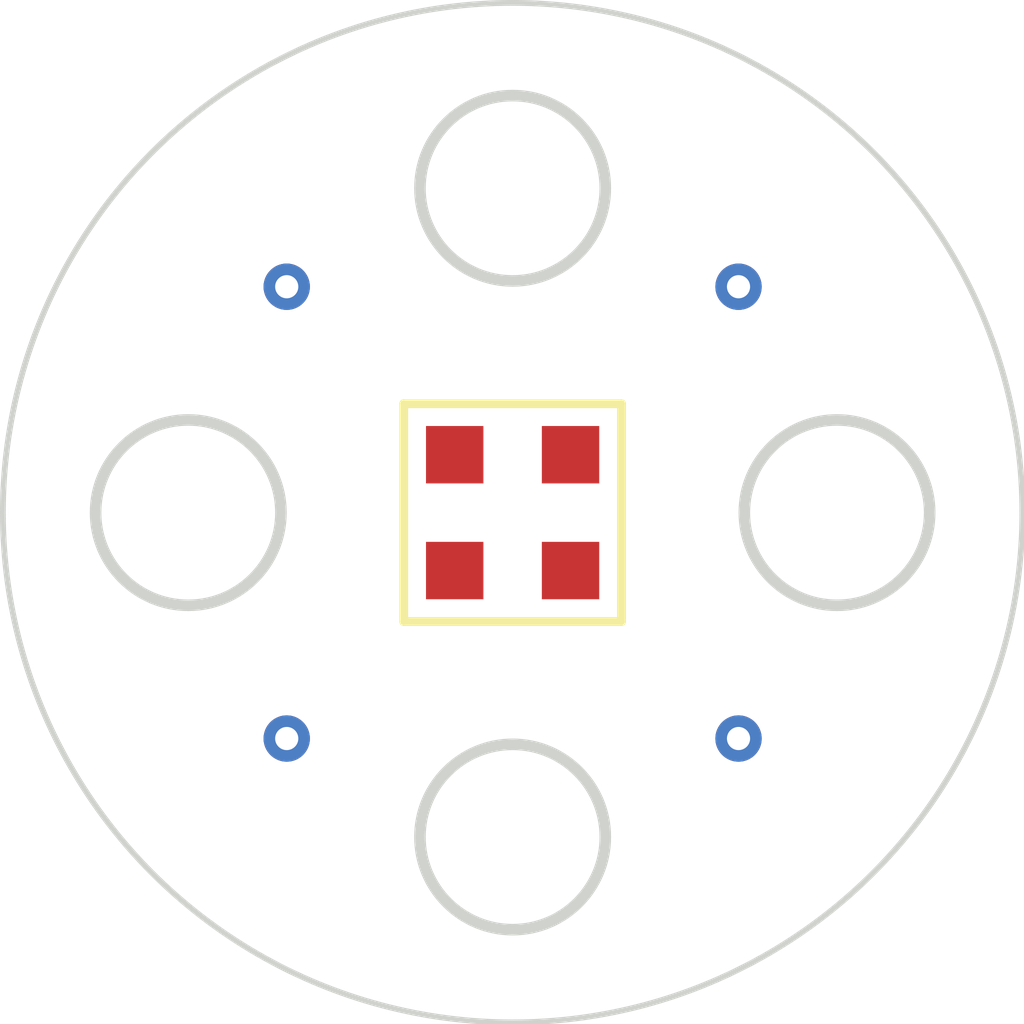
<source format=kicad_pcb>
(kicad_pcb (version 20221018) (generator pcbnew)
  (layers (0 "F.Cu" signal) (31 "B.Cu" signal) (34 "B.Paste" user) (35 "F.Paste" user) (36 "B.SilkS" user "B.Silkscreen") (37 "F.SilkS" user "F.Silkscreen") (38 "B.Mask" user) (39 "F.Mask" user) (44 "Edge.Cuts" user))
  (net 0 "")
  (footprint "NanoFloat Pressure Sensor:Pressure Sensor Footprint" (layer "F.Cu") (at 140.7 90.8)
    (fp_text reference "U1" hide)
    (fp_text value "Pressure Sensor Footprint" hide)
    (fp_line (start -1.8796 -1.8796) (end -1.8796 1.8796) (stroke (width 0.1524)) (layer "F.SilkS"))
    (fp_line (start -1.8796 1.8796) (end 1.8796 1.8796) (stroke (width 0.1524)) (layer "F.SilkS"))
    (fp_line (start 1.8796 -1.8796) (end -1.8796 -1.8796) (stroke (width 0.1524)) (layer "F.SilkS"))
    (fp_line (start 1.8796 1.8796) (end 1.8796 -1.8796) (stroke (width 0.1524)) (layer "F.SilkS"))
    (pad "1" smd rect (at -1.000001 -1.000001) (size 0.9906 0.9906) (layers "F.Cu" "F.Paste" "F.Mask"))
    (pad "2" smd rect (at -1.000001 1.000001) (size 0.9906 0.9906) (layers "F.Cu" "F.Paste" "F.Mask"))
    (pad "3" smd rect (at 1.000001 1.000001) (size 0.9906 0.9906) (layers "F.Cu" "F.Paste" "F.Mask"))
    (pad "4" smd rect (at 1.000001 -1.000001) (size 0.9906 0.9906) (layers "F.Cu" "F.Paste" "F.Mask"))
  )
  (gr_circle (center 140.7 85.2) (end 142.3 85.2) (stroke (width 0.2)) (fill none) (layer "Edge.Cuts"))
  (gr_circle (center 140.7 96.4) (end 142.3 96.4) (stroke (width 0.2)) (fill none) (layer "Edge.Cuts"))
  (gr_circle (center 135.1 90.8) (end 136.7 90.8) (stroke (width 0.2)) (fill none) (layer "Edge.Cuts"))
  (gr_circle (center 140.7 90.8) (end 149.5 90.8) (stroke (width 0.1)) (fill none) (layer "Edge.Cuts"))
  (gr_circle (center 146.3 90.8) (end 147.9 90.8) (stroke (width 0.2)) (fill none) (layer "Edge.Cuts"))
  (via (at 144.6 94.7) (size 0.8) (drill 0.4) (layers "F.Cu" "B.Cu") (net 0))
  (via (at 136.8 94.7) (size 0.8) (drill 0.4) (layers "F.Cu" "B.Cu") (net 0))
  (via (at 144.6 86.9) (size 0.8) (drill 0.4) (layers "F.Cu" "B.Cu") (net 0))
  (via (at 136.8 86.9) (size 0.8) (drill 0.4) (layers "F.Cu" "B.Cu") (net 0))
)
</source>
